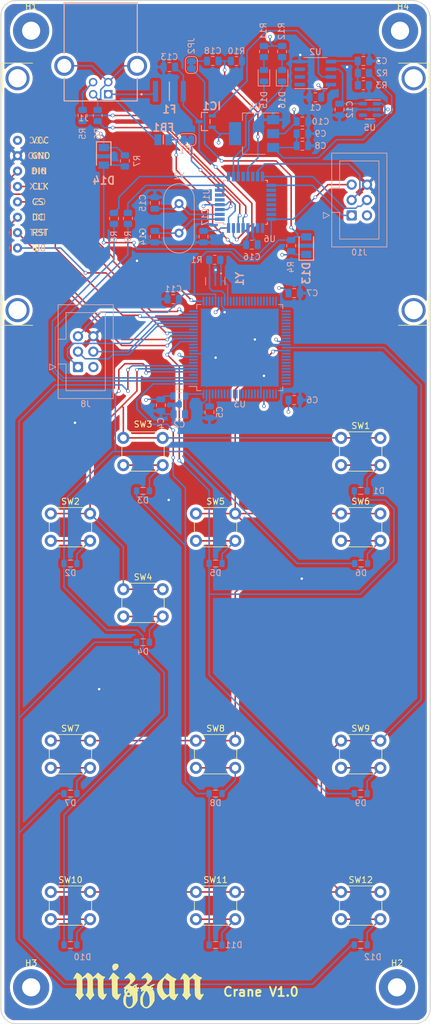
<source format=kicad_pcb>
(kicad_pcb (version 20211014) (generator pcbnew)
  (title_block (date "mar. 31 mars 2015"))
  (layers (0 "F.Cu" signal) (1 "In1.Cu" power) (2 "In2.Cu" power) (31 "B.Cu" signal) (34 "B.Paste" user) (35 "F.Paste" user) (36 "B.SilkS" user "B.Silkscreen") (37 "F.SilkS" user "F.Silkscreen") (38 "B.Mask" user) (39 "F.Mask" user) (44 "Edge.Cuts" user))
  (net 0 "")
  (net 1 "GND")
  (net 2 "+5V")
  (net 3 "+3V3")
  (net 4 "LCD_CLK")
  (net 5 "LCD_DIN")
  (net 6 "LCD_CS")
  (net 7 "LCD_BL")
  (net 8 "LCD_RST")
  (net 9 "LCD_DC")
  (net 10 "SW_C0")
  (net 11 "SW_C1")
  (net 12 "SW_C2")
  (net 13 "Net-(D6-Pad2)")
  (net 14 "Net-(C2-Pad2)")
  (net 15 "Net-(C3-Pad2)")
  (net 16 "Net-(C5-Pad2)")
  (net 17 "VIN")
  (net 18 "RESET")
  (net 19 "USBVCC")
  (net 20 "Net-(C14-Pad2)")
  (net 21 "Net-(C15-Pad2)")
  (net 22 "Net-(C16-Pad1)")
  (net 23 "Net-(C16-Pad2)")
  (net 24 "Net-(C18-Pad1)")
  (net 25 "Net-(C18-Pad2)")
  (net 26 "RESET2")
  (net 27 "Net-(FB1-Pad1)")
  (net 28 "Net-(IC1-Pad1)")
  (net 29 "Net-(R1-Pad1)")
  (net 30 "Net-(R1-Pad2)")
  (net 31 "Net-(R5-Pad2)")
  (net 32 "Net-(R6-Pad2)")
  (net 33 "RX0")
  (net 34 "Net-(R8-Pad2)")
  (net 35 "TX0")
  (net 36 "Net-(R9-Pad2)")
  (net 37 "Net-(D15-Pad2)")
  (net 38 "Net-(D16-Pad2)")
  (net 46 "SCK")
  (net 47 "MOSI")
  (net 48 "MISO")
  (net 111 "Net-(JP1-Pad2)")
  (net 115 "Net-(D15-Pad1)")
  (net 116 "Net-(D16-Pad1)")
  (net 119 "SCK2")
  (net 120 "MOSI2")
  (net 121 "MISO2")
  (net 130 "SW_R0")
  (net 131 "SW_R1")
  (net 132 "SW_R2")
  (net 133 "SW_R3")
  (net 137 "Net-(D1-Pad2)")
  (net 138 "Net-(D2-Pad2)")
  (net 139 "Net-(D3-Pad2)")
  (net 140 "Net-(D4-Pad2)")
  (net 141 "Net-(D5-Pad2)")
  (net 142 "Net-(D7-Pad2)")
  (net 143 "Net-(D8-Pad2)")
  (net 144 "Net-(D9-Pad2)")
  (net 145 "Net-(D10-Pad2)")
  (net 146 "Net-(D11-Pad2)")
  (net 147 "Net-(D12-Pad2)")
  (net 148 "/MCU/USBVCC_SOCKET")
  (net 149 "/MCU/USB_D-")
  (net 150 "/MCU/USB_D+")
  (footprint "Button_Switch_THT:SW_PUSH_6mm_H9.5mm" (layer "F.Cu") (at 146.75 234.25)
    (fp_text reference "SW11")
    (fp_text value "SW_Push")
  )
  (footprint "Button_Switch_THT:SW_PUSH_6mm_H9.5mm" (layer "F.Cu") (at 146.75 171.75)
    (fp_text reference "SW5")
    (fp_text value "SW_Push")
  )
  (footprint "Button_Switch_THT:SW_PUSH_6mm_H9.5mm" (layer "F.Cu") (at 146.75 209.25)
    (fp_text reference "SW8")
    (fp_text value "SW_Push")
  )
  (footprint "MountingHole:MountingHole_3mm_Pad" (layer "F.Cu") (at 180 250)
    (fp_text reference "H2")
    (fp_text value "MountingHole")
  )
  (footprint "Waveshare_LCD_Module:Waveshare_LCD_Module_2_4in" (layer "F.Cu") (at 150 119)
    (fp_text reference "U1")
    (fp_text value "Waveshare_LCD_Module_2.4in")
  )
  (footprint "Button_Switch_THT:SW_PUSH_6mm_H9.5mm" (layer "F.Cu") (at 122.75 234.25)
    (fp_text reference "SW10")
    (fp_text value "SW_Push")
  )
  (footprint "MountingHole:MountingHole_3mm_Pad" (layer "F.Cu") (at 119.5 250)
    (fp_text reference "H3")
    (fp_text value "MountingHole")
  )
  (footprint "Button_Switch_THT:SW_PUSH_6mm_H9.5mm" (layer "F.Cu") (at 170.75 234.25)
    (fp_text reference "SW12")
    (fp_text value "SW_Push")
  )
  (footprint "Button_Switch_THT:SW_PUSH_6mm_H9.5mm" (layer "F.Cu") (at 170.75 159.25)
    (fp_text reference "SW1")
    (fp_text value "SW_Push")
  )
  (footprint "MountingHole:MountingHole_3mm_Pad" (layer "F.Cu") (at 180.5 92)
    (fp_text reference "H4")
    (fp_text value "MountingHole")
  )
  (footprint "Button_Switch_THT:SW_PUSH_6mm_H9.5mm" (layer "F.Cu") (at 134.75 159.25)
    (fp_text reference "SW3")
    (fp_text value "SW_Push")
  )
  (footprint "Button_Switch_THT:SW_PUSH_6mm_H9.5mm" (layer "F.Cu") (at 170.75 209.25)
    (fp_text reference "SW9")
    (fp_text value "SW_Push")
  )
  (footprint "footprints:mizzan_logo" (layer "F.Cu") (at 137.25 250.75)
    (fp_text reference "G***")
    (fp_text value "LOGO" hide)
  )
  (footprint "Button_Switch_THT:SW_PUSH_6mm_H9.5mm" (layer "F.Cu") (at 122.75 171.75)
    (fp_text reference "SW2")
    (fp_text value "SW_Push")
  )
  (footprint "Button_Switch_THT:SW_PUSH_6mm_H9.5mm" (layer "F.Cu") (at 122.75 209.25)
    (fp_text reference "SW7")
    (fp_text value "SW_Push")
  )
  (footprint "MountingHole:MountingHole_3mm_Pad" (layer "F.Cu") (at 119.5 92)
    (fp_text reference "H1")
    (fp_text value "MountingHole")
  )
  (footprint "Button_Switch_THT:SW_PUSH_6mm_H9.5mm" (layer "F.Cu") (at 134.75 184.25)
    (fp_text reference "SW4")
    (fp_text value "SW_Push")
  )
  (footprint "Button_Switch_THT:SW_PUSH_6mm_H9.5mm" (layer "F.Cu") (at 170.75 171.75)
    (fp_text reference "SW6")
    (fp_text value "SW_Push")
  )
  (footprint "Inductor_SMD:L_0805_2012Metric" (layer "B.Cu") (at 126 218)
    (fp_text reference "D7")
    (fp_text value "D")
  )
  (footprint "Capacitor_SMD:C_0805_2012Metric" (layer "B.Cu") (at 166.5 103)
    (fp_text reference "C1")
    (fp_text value "100nF")
  )
  (footprint "Inductor_SMD:L_0805_2012Metric" (layer "B.Cu") (at 138 168)
    (fp_text reference "D3")
    (fp_text value "D")
  )
  (footprint "Capacitor_SMD:C_0805_2012Metric" (layer "B.Cu") (at 163 135.3375 180)
    (fp_text reference "C7")
    (fp_text value "100nF")
  )
  (footprint "Capacitor_SMD:C_0805_2012Metric" (layer "B.Cu") (at 164.3625 109 180)
    (fp_text reference "C9")
    (fp_text value "47uF")
  )
  (footprint "footprints:BEADC2016X130N" (layer "B.Cu") (at 141.3625 110)
    (fp_text reference "FB1")
    (fp_text value "MH2029-300Y" hide)
  )
  (footprint "Inductor_SMD:L_0805_2012Metric" (layer "B.Cu") (at 150 243)
    (fp_text reference "D11")
    (fp_text value "D")
  )
  (footprint "Capacitor_SMD:C_0805_2012Metric" (layer "B.Cu") (at 164.3625 107 180)
    (fp_text reference "C10")
    (fp_text value "47uF")
  )
  (footprint "Resistor_SMD:R_0805_2012Metric" (layer "B.Cu") (at 174.45 101 180)
    (fp_text reference "R3")
    (fp_text value "10K")
  )
  (footprint "footprints:SOT95P230X110-3N" (layer "B.Cu") (at 148.3625 107 180)
    (fp_text reference "IC1")
    (fp_text value "PMV48XP" hide)
  )
  (footprint "Package_TO_SOT_SMD:SOT-223-3_TabPin2" (layer "B.Cu") (at 156.3625 109 180)
    (fp_text reference "U4")
    (fp_text value "LD1117S50TR_SOT223")
  )
  (footprint "Package_SO:SO-8_3.9x4.9mm_P1.27mm" (layer "B.Cu") (at 166.5 99)
    (fp_text reference "U2")
    (fp_text value "LMV358IDT")
  )
  (footprint "Inductor_SMD:L_0805_2012Metric" (layer "B.Cu") (at 138 193)
    (fp_text reference "D4")
    (fp_text value "D")
  )
  (footprint "footprints:CSTCE16M0V53R0" (layer "B.Cu") (at 149.95 133.3375)
    (fp_text reference "Y1")
    (fp_text value "CSTCE16M0V53-R0" hide)
  )
  (footprint "Capacitor_SMD:C_0805_2012Metric" (layer "B.Cu") (at 163 153 180)
    (fp_text reference "C6")
    (fp_text value "100nF")
  )
  (footprint "footprints:DIOC3215X95N" (layer "B.Cu") (at 131.5 112.75 -90)
    (fp_text reference "D14")
    (fp_text value "CD1206-S01575" hide)
  )
  (footprint "Inductor_SMD:L_0805_2012Metric" (layer "B.Cu") (at 126 180)
    (fp_text reference "D2")
    (fp_text value "D")
  )
  (footprint "Resistor_SMD:R_0805_2012Metric" (layer "B.Cu") (at 161 95.4375 90)
    (fp_text reference "R12")
    (fp_text value "1K")
  )
  (footprint "Inductor_SMD:L_0805_2012Metric" (layer "B.Cu") (at 174 243)
    (fp_text reference "D12")
    (fp_text value "D")
  )
  (footprint "Resistor_SMD:R_0805_2012Metric" (layer "B.Cu") (at 149.8625 129.8375)
    (fp_text reference "R1")
    (fp_text value "1M")
  )
  (footprint "Resistor_SMD:R_0805_2012Metric" (layer "B.Cu") (at 153.45 97 180)
    (fp_text reference "R10")
    (fp_text value "1K")
  )
  (footprint "Capacitor_SMD:C_0805_2012Metric" (layer "B.Cu") (at 139.95 126 90)
    (fp_text reference "C14")
    (fp_text value "22pF")
  )
  (footprint "Resistor_SMD:R_0805_2012Metric" (layer "B.Cu") (at 135.5 123 90)
    (fp_text reference "R9")
    (fp_text value "1K")
  )
  (footprint "Inductor_SMD:L_0805_2012Metric" (layer "B.Cu") (at 150 180)
    (fp_text reference "D5")
    (fp_text value "D")
  )
  (footprint "Package_QFP:TQFP-100_14x14mm_P0.5mm" (layer "B.Cu") (at 154 144.3375)
    (fp_text reference "U3")
    (fp_text value "ATmega2560-16A")
  )
  (footprint "Capacitor_SMD:C_0805_2012Metric" (layer "B.Cu") (at 149 155 90)
    (fp_text reference "C5")
    (fp_text value "100nF")
  )
  (footprint "Resistor_SMD:R_0805_2012Metric" (layer "B.Cu") (at 158 95.4375 90)
    (fp_text reference "R11")
    (fp_text value "1K")
  )
  (footprint "Resistor_SMD:R_0805_2012Metric" (layer "B.Cu") (at 174.45 99)
    (fp_text reference "R2")
    (fp_text value "10K")
  )
  (footprint "Resistor_SMD:R_0805_2012Metric" (layer "B.Cu") (at 130.5 106 -90)
    (fp_text reference "R6")
    (fp_text value "22")
  )
  (footprint "Resistor_SMD:R_0805_2012Metric" (layer "B.Cu") (at 133.2 123 90)
    (fp_text reference "R8")
    (fp_text value "1K")
  )
  (footprint "Inductor_SMD:L_0805_2012Metric" (layer "B.Cu") (at 174 218)
    (fp_text reference "D9")
    (fp_text value "D")
  )
  (footprint "Capacitor_SMD:C_0805_2012Metric" (layer "B.Cu") (at 139.95 120.45 -90)
    (fp_text reference "C15")
    (fp_text value "22pF")
  )
  (footprint "Resistor_SMD:R_0805_2012Metric" (layer "B.Cu") (at 162.5 127.5 -90)
    (fp_text reference "R4")
    (fp_text value "10K")
  )
  (footprint "Capacitor_SMD:C_0805_2012Metric" (layer "B.Cu") (at 170.5 105 90)
    (fp_text reference "C12")
    (fp_text value "1uF")
  )
  (footprint "Package_TO_SOT_SMD:SOT-23-5" (layer "B.Cu") (at 175.5 105 180)
    (fp_text reference "U5")
    (fp_text value "LP2985-3.3")
  )
  (footprint "footprints:SAMTEC_USB-B-S-X-X-TH" (layer "B.Cu") (at 131 97.8)
    (fp_text reference "J1")
    (fp_text value "USB-B-S-X-X-TH")
  )
  (footprint "Capacitor_SMD:C_0805_2012Metric" (layer "B.Cu") (at 142.3625 98 180)
    (fp_text reference "C13")
    (fp_text value "100nF")
  )
  (footprint "LED_SMD:LED_0805_2012Metric" (layer "B.Cu") (at 158 99.4375 90)
    (fp_text reference "D15")
    (fp_text value "LED_RX")
  )
  (footprint "Inductor_SMD:L_0805_2012Metric" (layer "B.Cu") (at 126 243)
    (fp_text reference "D10")
    (fp_text value "D")
  )
  (footprint "Capacitor_SMD:C_0805_2012Metric" (layer "B.Cu") (at 140.95 153.8375 90)
    (fp_text reference "C4")
    (fp_text value "100nF")
  )
  (footprint "Resistor_SMD:R_0805_2012Metric" (layer "B.Cu") (at 128 106 -90)
    (fp_text reference "R5")
    (fp_text value "22")
  )
  (footprint "footprints:DIOC3215X95N" (layer "B.Cu") (at 165 127.5 90)
    (fp_text reference "D13")
    (fp_text value "CD1206-S01575" hide)
  )
  (footprint "Connector_IDC:IDC-Header_2x03_P2.54mm_Vertical" (layer "B.Cu") (at 127.2475 147.545)
    (fp_text reference "J8")
    (fp_text value "AVR-ISP-6")
  )
  (footprint "Capacitor_SMD:C_0805_2012Metric" (layer "B.Cu") (at 148 126 -90)
    (fp_text reference "C17")
    (fp_text value "100nF")
  )
  (footprint "Capacitor_SMD:C_0805_2012Metric" (layer "B.Cu") (at 144 155.3375)
    (fp_text reference "C2")
    (fp_text value "100nF")
  )
  (footprint "Inductor_SMD:L_0805_2012Metric" (layer "B.Cu") (at 144 152.3375 180)
    (fp_text reference "L1")
    (fp_text value "10uH")
  )
  (footprint "Inductor_SMD:L_0805_2012Metric" (layer "B.Cu") (at 174 168)
    (fp_text reference "D1")
    (fp_text value "D")
  )
  (footprint "Inductor_SMD:L_0805_2012Metric" (layer "B.Cu") (at 150 218)
    (fp_text reference "D8")
    (fp_text value "D")
  )
  (footprint "Capacitor_SMD:C_0805_2012Metric" (layer "B.Cu") (at 149.5375 97 180)
    (fp_text reference "C18")
    (fp_text value "100nF")
  )
  (footprint "Capacitor_SMD:C_0805_2012Metric" (layer "B.Cu") (at 164.3625 111 180)
    (fp_text reference "C8")
    (fp_text value "47uF")
  )
  (footprint "Capacitor_SMD:C_0805_2012Metric" (layer "B.Cu") (at 174.45 97 180)
    (fp_text reference "C3")
    (fp_text value "100nF")
  )
  (footprint "Resistor_SMD:R_0805_2012Metric" (layer "B.Cu") (at 135 113.5 90)
    (fp_text reference "R7")
    (fp_text value "10K")
  )
  (footprint "LED_SMD:LED_0805_2012Metric" (layer "B.Cu") (at 161 99.4375 90)
    (fp_text reference "D16")
    (fp_text value "LED_TX")
  )
  (footprint "Jumper:SolderJumper-2_P1.3mm_Bridged_RoundedPad1.0x1.5mm" (layer "B.Cu") (at 146 97.65 -90)
    (fp_text reference "JP2")
    (fp_text value "RESET-EN")
  )
  (footprint "Crystal:Crystal_HC49-4H_Vertical" (layer "B.Cu") (at 143.95 120.55 -90)
    (fp_text reference "Y2")
    (fp_text value "Crystal")
  )
  (footprint "footprints:FUSC4632X85N" (layer "B.Cu") (at 142.3625 102)
    (fp_text reference "F1")
    (fp_text value "MF-MSMF050-2" hide)
  )
  (footprint "Capacitor_SMD:C_0805_2012Metric" (layer "B.Cu") (at 143 136.3375 180)
    (fp_text reference "C11")
    (fp_text value "22pF")
  )
  (footprint "Connector_IDC:IDC-Header_2x03_P2.54mm_Vertical" (layer "B.Cu") (at 172.5 122.5)
    (fp_text reference "J10")
    (fp_text value "AVR-ISP-6")
  )
  (footprint "Inductor_SMD:L_0805_2012Metric" (layer "B.Cu") (at 174.0625 180)
    (fp_text reference "D6")
    (fp_text value "D")
  )
  (footprint "Jumper:SolderJumper-2_P1.3mm_Bridged_RoundedPad1.0x1.5mm" (layer "B.Cu") (at 145.3625 110)
    (fp_text reference "JP1")
    (fp_text value "GROUND")
  )
  (footprint "Capacitor_SMD:C_0805_2012Metric" (layer "B.Cu") (at 156 127.3375)
    (fp_text reference "C16")
    (fp_text value "1uF")
  )
  (footprint "Package_QFP:TQFP-32_7x7mm_P0.8mm" (layer "B.Cu") (at 154.95 120.3375)
    (fp_text reference "U6")
    (fp_text value "ATmega16U2-A")
  )
  (gr_line (start 117 87) (end 182.5 87) (layer "Edge.Cuts") (width 0.15))
  (gr_arc (start 182.5 87) (mid 184.62132 87.87868) (end 185.5 90) (layer "Edge.Cuts") (width 0.15))
  (gr_line (start 185.5 90) (end 185.5 253.5) (layer "Edge.Cuts") (width 0.15))
  (gr_line (start 183 256) (end 117 256) (layer "Edge.Cuts") (width 0.15))
  (gr_arc (start 185.5 253.5) (mid 184.767767 255.267767) (end 183 256) (layer "Edge.Cuts") (width 0.15))
  (gr_arc (start 114.5 89.5) (mid 115.232233 87.732233) (end 117 87) (layer "Edge.Cuts") (width 0.15))
  (gr_arc (start 117 256) (mid 115.232233 255.267767) (end 114.5 253.5) (layer "Edge.Cuts") (width 0.15))
  (gr_line (start 114.5 253.5) (end 114.5 89.5) (layer "Edge.Cuts") (width 0.15))
  (gr_text "Crane V1.0" (at 157.5 250.75) (layer "F.SilkS") (effects (font (size 1.5 1.5) (thickness 0.3))))
  (via (at 142.25 169.5) (size 0.6) (drill 0.4) (layers "F.Cu" "B.Cu") (net 1))
  (via (at 177 97) (size 0.6) (drill 0.4) (layers "F.Cu" "B.Cu") (net 1))
  (via (at 160.5 104.5) (size 0.6) (drill 0.4) (layers "F.Cu" "B.Cu") (net 1))
  (via (at 164 96) (size 0.6) (drill 0.4) (layers "F.Cu" "B.Cu") (net 1))
  (via (at 151.5 138.5) (size 0.6) (drill 0.4) (layers "F.Cu" "B.Cu") (net 1))
  (via (at 150 146) (size 0.6) (drill 0.4) (layers "F.Cu" "B.Cu") (net 1))
  (via (at 126.75 156.75) (size 0.6) (drill 0.4) (layers "F.Cu" "B.Cu") (net 1))
  (via (at 171.75 98) (size 0.6) (drill 0.4) (layers "F.Cu" "B.Cu") (net 1))
  (via (at 164.25 182.5) (size 0.6) (drill 0.4) (layers "F.Cu" "B.Cu") (net 1))
  (via (at 137 130) (size 0.6) (drill 0.4) (layers "F.Cu" "B.Cu") (net 1))
  (via (at 150 131.5) (size 0.6) (drill 0.4) (layers "F.Cu" "B.Cu") (net 1))
  (via (at 156.5 143) (size 0.6) (drill 0.4) (layers "F.Cu" "B.Cu") (net 1))
  (via (at 130.75 200.75) (size 0.6) (drill 0.4) (layers "F.Cu" "B.Cu") (net 1))
  (via (at 158 149) (size 0.6) (drill 0.4) (layers "F.Cu" "B.Cu") (net 1))
  (via (at 138 125.5) (size 0.6) (drill 0.4) (layers "F.Cu" "B.Cu") (net 1))
  (segment (start 150 131.5) (end 149.95 131.55) (width 0.25) (layer "B.Cu") (net 1))
  (segment (start 151.5 137.978185) (end 151 137.478185) (width 0.25) (layer "B.Cu") (net 1))
  (segment (start 165.55 106.7625) (end 165.3125 107) (width 0.25) (layer "B.Cu") (net 1))
  (segment (start 148.5 153) (end 147.75 153.75) (width 0.25) (layer "B.Cu") (net 1))
  (segment (start 143.05 155.3375) (end 141.5 155.3375) (width 0.25) (layer "B.Cu") (net 1))
  (segment (start 163.925 96.075) (end 164 96) (width 0.25) (layer "B.Cu") (net 1))
  (segment (start 163.925 97.095) (end 163.925 96.075) (width 0.25) (layer "B.Cu") (net 1))
  (segment (start 141.5 155.3375) (end 140.95 154.7875) (width 0.25) (layer "B.Cu") (net 1))
  (segment (start 165.3125 107) (end 165.3125 111) (width 0.25) (layer "B.Cu") (net 1))
  (segment (start 139.95 126.95) (end 139.45 126.95) (width 0.25) (layer "B.Cu") (net 1))
  (segment (start 147.75 154.7) (end 149 155.95) (width 0.25) (layer "B.Cu") (net 1))
  (segment (start 175.4 97) (end 177 97) (width 0.25) (layer "B.Cu") (net 1))
  (segment (start 176.6375 105) (end 171.45 105) (width 0.25) (layer "B.Cu") (net 1))
  (segment (start 157.5 149.5) (end 158 149) (width 0.25) (layer "B.Cu") (net 1))
  (segment (start 159.5125 106.7) (end 159.5125 105.4875) (width 0.25) (layer "B.Cu") (net 1))
  (segment (start 151.5 138.5) (end 151.5 137.978185) (width 0.25) (layer "B.Cu") (net 1))
  (segment (start 147.75 153.75) (end 147.75 154.7) (width 0.25) (layer "B.Cu") (net 1))
  (segment (start 148.5 152) (end 148.5 153) (width 0.25) (layer "B.Cu") (net 1))
  (segment (start 139.45 126.95) (end 138 125.5) (width 0.25) (layer "B.Cu") (net 1))
  (segment (start 171.45 105) (end 170.5 105.95) (width 0.25) (layer "B.Cu") (net 1))
  (segment (start 157.5 152) (end 157.5 149.5) (width 0.25) (layer "B.Cu") (net 1))
  (segment (start 149.95 133.3375) (end 149.95 131.55) (width 0.25) (layer "B.Cu") (net 1))
  (segment (start 159.5125 105.4875) (end 160.5 104.5) (width 0.25) (layer "B.Cu") (net 1))
  (segment (start 157.3375 143.8375) (end 156.5 143) (width 0.25) (layer "B.Cu") (net 1))
  (segment (start 165.55 103) (end 165.55 106.7625) (width 0.25) (layer "B.Cu") (net 1))
  (segment (start 161.6625 143.8375) (end 157.3375 143.8375) (width 0.25) (layer "B.Cu") (net 1))
  (segment (start 146.3375 145.3375) (end 149.3375 145.3375) (width 0.25) (layer "B.Cu") (net 1))
  (segment (start 151 137.478185) (end 151 136.675) (width 0.25) (layer "B.Cu") (net 1))
  (segment (start 149.3375 145.3375) (end 150 146) (width 0.25) (layer "B.Cu") (net 1))
  (via (at 159 93) (size 0.6) (drill 0.4) (layers "F.Cu" "B.Cu") (net 2))
  (via (at 167 101) (size 0.6) (drill 0.4) (layers "F.Cu" "B.Cu") (net 2))
  (via (at 150.5 110.5) (size 0.6) (drill 0.4) (layers "F.Cu" "B.Cu") (net 2))
  (via (at 158 154) (size 0.6) (drill 0.4) (layers "F.Cu" "B.Cu") (net 2))
  (via (at 163 105) (size 0.6) (drill 0.4) (layers "F.Cu" "B.Cu") (net 2))
  (via (at 138.5 153) (size 0.6) (drill 0.4) (layers "F.Cu" "B.Cu") (net 2))
  (via (at 131 109) (size 0.6) (drill 0.4) (layers "F.Cu" "B.Cu") (net 2))
  (via (at 148 121) (size 0.6) (drill 0.4) (layers "F.Cu" "B.Cu") (net 2))
  (via (at 150 138.5) (size 0.6) (drill 0.4) (layers "F.Cu" "B.Cu") (net 2))
  (via (at 178.5 105) (size 0.6) (drill 0.4) (layers "F.Cu" "B.Cu") (net 2))
  (via (at 160.5 134.5) (size 0.6) (drill 0.4) (layers "F.Cu" "B.Cu") (net 2))
  (via (at 160 143) (size 0.6) (drill 0.4) (layers "F.Cu" "B.Cu") (net 2))
  (via (at 144 145.5) (size 0.6) (drill 0.4) (layers "F.Cu" "B.Cu") (net 2))
  (via (at 162.05 154.95) (size 0.6) (drill 0.4) (layers "F.Cu" "B.Cu") (net 2))
  (via (at 161 129) (size 0.6) (drill 0.4) (layers "F.Cu" "B.Cu") (net 2))
  (segment (start 163.4125 107) (end 163 106.5875) (width 0.25) (layer "B.Cu") (net 2))
  (segment (start 167.99 101.99) (end 169.075 100.905) (width 0.25) (layer "B.Cu") (net 2))
  (segment (start 161.2125 134.5) (end 160.5 134.5) (width 0.25) (layer "B.Cu") (net 2))
  (segment (start 162.5 128.4125) (end 161.9125 129) (width 0.25) (layer "B.Cu") (net 2))
  (segment (start 176.6375 105.95) (end 177.55 105.95) (width 0.25) (layer "B.Cu") (net 2))
  (segment (start 140.95 152.8875) (end 138.6125 152.8875) (width 0.25) (layer "B.Cu") (net 2))
  (segment (start 178 105.5) (end 178 105) (width 0.25) (layer "B.Cu") (net 2))
  (segment (start 158 152) (end 158 154) (width 0.25) (layer "B.Cu") (net 2))
  (segment (start 133.7125 111.3) (end 131.5 111.3) (width 0.25) (layer "B.Cu") (net 2))
  (segment (start 178 105) (end 178 104.5) (width 0.25) (layer "B.Cu") (net 2))
  (segment (start 150.7 120.7375) (end 151.7625 120.7375) (width 0.25) (layer "B.Cu") (net 2))
  (segment (start 151 109) (end 150.5 109.5) (width 0.25) (layer "B.Cu") (net 2))
  (segment (start 176.6875 104) (end 176.6375 104.05) (width 0.25) (layer "B.Cu") (net 2))
  (segment (start 178 105) (end 178.5 105) (width 0.25) (layer "B.Cu") (net 2))
  (segment (start 165 128.95) (end 163.0375 128.95) (width 0.25) (layer "B.Cu") (net 2))
  (segment (start 146.3375 145.8375) (end 144.3375 145.8375) (width 0.25) (layer "B.Cu") (net 2))
  (segment (start 153.25 120.75) (end 153.25 121.75) (width 0.25) (layer "B.Cu") (net 2))
  (segment (start 150.5149 109) (end 149.4547 107.9398) (width 0.25) (layer "B.Cu") (net 2))
  (segment (start 159.525 94.525) (end 159 94) (width 0.25) (layer "B.Cu") (net 2))
  (segment (start 161.9125 129) (end 161 129) (width 0.25) (layer "B.Cu") (net 2))
  (segment (start 148.05 125) (end 148 125.05) (width 0.25) (layer "B.Cu") (net 2))
  (segment (start 135 112.5875) (end 133.7125 111.3) (width 0.25) (layer "B.Cu") (net 2))
  (segment (start 151 109) (end 150.5149 109) (width 0.25) (layer "B.Cu") (net 2))
  (segment (start 161.6625 143.3375) (end 160.3375 143.3375) (width 0.25) (layer "B.Cu") (net 2))
  (segment (start 178 104.5) (end 177.5 104) (width 0.25) (layer "B.Cu") (net 2))
  (segment (start 131 109) (end 131.5 109.5) (width 0.25) (layer "B.Cu") (net 2))
  (segment (start 150.7 120.7375) (end 148.2625 120.7375) (width 0.25) (layer "B.Cu") (net 2))
  (segment (start 144.3375 145.8375) (end 144 145.5) (width 0.25) (layer "B.Cu") (net 2))
  (segment (start 148.2625 120.7375) (end 148 121) (width 0.25) (layer "B.Cu") (net 2))
  (segment (start 151.7625 120.7375) (end 152.25 120.25) (width 0.25) (layer "B.Cu") (net 2))
  (segment (start 158 94.525) (end 159.525 94.525) (width 0.25) (layer "B.Cu") (net 2))
  (segment (start 163.0375 128.95) (end 162.5 128.4125) (width 0.25) (layer "B.Cu") (net 2))
  (segment (start 152.75 120.25) (end 153.25 120.75) (width 0.25) (layer "B.Cu") (net 2))
  (segment (start 161.4125 109) (end 159.5125 109) (width 0.25) (layer "B.Cu") (net 2))
  (segment (start 152.15 124.5875) (end 150.8625 124.5875) (width 0.25) (layer "B.Cu") (net 2))
  (segment (start 163 106.5875) (end 163 105) (width 0.25) (layer "B.Cu") (net 2))
  (segment (start 142.9375 152.3375) (end 141.5 152.3375) (width 0.25) (layer "B.Cu") (net 2))
  (segment (start 150.45 125) (end 148.05 125) (width 0.25) (layer "B.Cu") (net 2))
  (segment (start 150.5 136.675) (end 150.5 138) (width 0.25) (layer "B.Cu") (net 2))
  (segment (start 160.3375 143.3375) (end 160 143) (width 0.25) (layer "B.Cu") (net 2))
  (segment (start 177.55 105.95) (end 178 105.5) (width 0.25) (layer "B.Cu") (net 2))
  (segment (start 162.05 135.3375) (end 161.2125 134.5) (width 0.25) (layer "B.Cu") (net 2))
  (segment (start 150.5 138) (end 150 138.5) (width 0.25) (layer "B.Cu") (net 2))
  (segment (start 163.4125 107) (end 161.4125 109) (width 0.25) (layer "B.Cu") (net 2))
  (segment (start 152.25 120.25) (end 152.75 120.25) (width 0.25) (layer "B.Cu") (net 2))
  (segment (start 152.15 122.85) (end 152.15 124.5875) (width 0.25) (layer "B.Cu") (net 2))
  (segment (start 131.5 109.5) (end 131.5 111.3) (width 0.25) (layer "B.Cu") (net 2))
  (segment (start 150.5 109.5) (end 150.5 110.5) (width 0.25) (layer "B.Cu") (net 2))
  (segment (start 138.5 153) (end 138.6125 152.8875) (width 0.25) (layer "B.Cu") (net 2))
  (segment (start 167.45 103) (end 167.45 102.53) (width 0.25) (layer "B.Cu") (net 2))
  (segment (start 177.5 104) (end 176.6875 104) (width 0.25) (layer "B.Cu") (net 2))
  (segment (start 153.25 121.75) (end 152.15 122.85) (width 0.25) (layer "B.Cu") (net 2))
  (segment (start 167.45 102.53) (end 167.99 101.99) (width 0.25) (layer "B.Cu") (net 2))
  (segment (start 159 94) (end 159 93) (width 0.25) (layer "B.Cu") (net 2))
  (segment (start 162.05 153) (end 162.05 154.95) (width 0.25) (layer "B.Cu") (net 2))
  (segment (start 150.8625 124.5875) (end 150.45 125) (width 0.25) (layer "B.Cu") (net 2))
  (segment (start 141.5 152.3375) (end 140.95 152.8875) (width 0.25) (layer "B.Cu") (net 2))
  (segment (start 159.525 94.525) (end 161 94.525) (width 0.25) (layer "B.Cu") (net 2))
  (segment (start 153.2125 109) (end 151 109) (width 0.25) (layer "B.Cu") (net 2))
  (segment (start 167.99 101.99) (end 167 101) (width 0.25) (layer "B.Cu") (net 2))
  (segment (start 169.075 98.365) (end 170.365 98.365) (width 0.25) (layer "B.Cu") (net 3))
  (segment (start 170.365 98.365) (end 171 99) (width 0.25) (layer "B.Cu") (net 3))
  (segment (start 171 103.55) (end 170.5 104.05) (width 0.25) (layer "B.Cu") (net 3))
  (segment (start 170.5 104.05) (end 174.3625 104.05) (width 0.25) (layer "B.Cu") (net 3))
  (segment (start 171 99) (end 171 103.55) (width 0.25) (layer "B.Cu") (net 3))
  (segment (start 133.116116 129.5) (end 124 120.383884) (width 0.25) (layer "F.Cu") (net 4))
  (segment (start 124 120.383884) (end 124 119) (width 0.25) (layer "F.Cu") (net 4))
  (segment (start 143 133.5) (end 136.5 133.5) (width 0.25) (layer "F.Cu") (net 4))
  (segment (start 133.116116 130.116116) (end 133.116116 129.5) (width 0.25) (layer "F.Cu") (net 4))
  (segment (start 146 136.5) (end 143 133.5) (width 0.25) (layer "F.Cu") (net 4))
  (segment (start 136.5 133.5) (end 133.116116 130.116116) (width 0.25) (layer "F.Cu") (net 4))
  (segment (start 124 119) (end 122.73 117.73) (width 0.25) (layer "F.Cu") (net 4))
  (segment (start 122.73 117.73) (end 117.25 117.73) (width 0.25) (layer "F.Cu") (net 4))
  (via (at 146 136.5) (size 0.6) (drill 0.4) (layers "F.Cu" "B.Cu") (net 4))
  (segment (start 148 136.675) (end 146.175 136.675) (width 0.25) (layer "B.Cu") (net 4))
  (segment (start 146.175 136.675) (end 146 136.5) (width 0.25) (layer "B.Cu") (net 4))
  (segment (start 116 116.44) (end 117.25 115.19) (width 0.25) (layer "F.Cu") (net 5))
  (segment (start 143.625 138.375) (end 139.375 138.375) (width 0.25) (layer "F.Cu") (net 5))
  (segment (start 116 119) (end 116 116.44) (width 0.25) (layer "F.Cu") (net 5))
  (segment (start 120 119) (end 116 119) (width 0.25) (layer "F.Cu") (net 5))
  (segment (start 139.375 138.375) (end 120 119) (width 0.25) (layer "F.Cu") (net 5))
  (segment (start 144 138) (end 143.625 138.375) (width 0.25) (layer "F.Cu") (net 5))
  (via (at 144 138) (size 0.6) (drill 0.4) (layers "F.Cu" "B.Cu") (net 5))
  (segment (start 144 138) (end 144.8375 138.8375) (width 0.25) (layer "B.Cu") (net 5))
  (segment (start 144.8375 138.8375) (end 146.3375 138.8375) (width 0.25) (layer "B.Cu") (net 5))
  (segment (start 134.616116 139) (end 123.5 127.883884) (width 0.25) (layer "F.Cu") (net 6))
  (segment (start 119.27 120.27) (end 117.25 120.27) (width 0.25) (layer "F.Cu") (net 6))
  (segment (start 137.3755 139) (end 134.616116 139) (width 0.25) (layer "F.Cu") (net 6))
  (segment (start 123.5 124.5) (end 119.27 120.27) (width 0.25) (layer "F.Cu") (net 6))
  (segment (start 137.5 139.1245) (end 137.3755 139) (width 0.25) (layer "F.Cu") (net 6))
  (segment (start 123.5 127.883884) (end 123.5 124.5) (width 0.25) (layer "F.Cu") (net 6))
  (via (at 137.5 139.1245) (size 0.6) (drill 0.4) (layers "F.Cu" "B.Cu") (net 6))
  (segment (start 137.713 139.3375) (end 146.3375 139.3375) (width 0.25) (layer "B.Cu") (net 6))
  (segment (start 137.5 139.1245) (end 137.713 139.3375) (width 0.25) (layer "B.Cu") (net 6))
  (segment (start 128.5 132) (end 131.883884 132) (width 0.25) (layer "F.Cu") (net 7))
  (segment (start 141.883884 142) (end 142 142) (width 0.25) (layer "F.Cu") (net 7))
  (segment (start 131.883884 132) (end 141.883884 142) (width 0.25) (layer "F.Cu") (net 7))
  (via (at 142 142) (size 0.6) (drill 0.4) (layers "F.Cu" "B.Cu") (net 7))
  (via (at 128.5 132) (size 0.6) (drill 0.4) (layers "F.Cu" "B.Cu") (net 7))
  (segment (start 124.39 127.89) (end 128.5 132) (width 0.25) (layer "B.Cu") (net 7))
  (segment (start 117.25 127.89) (end 124.39 127.89) (width 0.25) (layer "B.Cu") (net 7))
  (segment (start 142.1625 141.8375) (end 142 142) (width 0.25) (layer "B.Cu") (net 7))
  (segment (start 146.3375 141.8375) (end 142.1625 141.8375) (width 0.25) (layer "B.Cu") (net 7))
  (segment (start 124.5 133) (end 124.5 132.6) (width 0.25) (layer "F.Cu") (net 8))
  (segment (start 142 143) (end 134.5 143) (width 0.25) (layer "F.Cu") (net 8))
  (segment (start 134.5 143) (end 124.5 133) (width 0.25) (layer "F.Cu") (net 8))
  (segment (start 124.5 132.6) (end 117.25 125.35) (width 0.25) (layer "F.Cu") (net 8))
  (via (at 142 143) (size 0.6) (drill 0.4) (layers "F.Cu" "B.Cu") (net 8))
  (segment (start 146.3375 142.3375) (end 142.6625 142.3375) (width 0.25) (layer "B.Cu") (net 8))
  (segment (start 142.6625 142.3375) (end 142 143) (width 0.25) (layer "B.Cu") (net 8))
  (segment (start 122.5 132) (end 118 132) (width 0.25) (layer "F.Cu") (net 9))
  (segment (start 116.163 123.897) (end 117.25 122.81) (width 0.25) (layer "F.Cu") (net 9))
  (segment (start 142 144) (end 134.5 144) (width 0.25) (layer "F.Cu") (net 9))
  (segment (start 116.163 130.163) (end 116.163 123.897) (width 0.25) (layer "F.Cu") (net 9))
  (segment (start 118 132) (end 116.163 130.163) (width 0.25) (layer "F.Cu") (net 9))
  (segment (start 134.5 144) (end 122.5 132) (width 0.25) (layer "F.Cu") (net 9))
  (via (at 142 144) (size 0.6) (drill 0.4) (layers "F.Cu" "B.Cu") (net 9))
  (segment (start 143.1625 142.8375) (end 142 144) (width 0.25) (layer "B.Cu") (net 9))
  (segment (start 146.3375 142.8375) (end 143.1625 142.8375) (width 0.25) (layer "B.Cu") (net 9))
  (segment (start 134.75 159.25) (end 134.75 154.25) (width 0.25) (layer "F.Cu") (net 10))
  (segment (start 134.75 184.25) (end 141.25 184.25) (width 0.25) (layer "F.Cu") (net 10))
  (segment (start 141.25 159.25) (end 134.75 159.25) (width 0.25) (layer "F.Cu") (net 10))
  (segment (start 129.25 159.25) (end 137 151.5) (width 0.25) (layer "F.Cu") (net 10))
  (segment (start 129.25 171.75) (end 129.25 159.25) (width 0.25) (layer "F.Cu") (net 10))
  (segment (start 129.25 171.75) (end 122.75 171.75) (width 0.25) (layer "F.Cu") (net 10))
  (segment (start 134.75 154.25) (end 134.5 154) (width 0.25) (layer "F.Cu") (net 10))
  (segment (start 177.25 159.25) (end 170.75 159.25) (width 0.25) (layer "F.Cu") (net 10))
  (segment (start 137 148) (end 137 151.5) (width 0.25) (layer "F.Cu") (net 10))
  (via (at 137 148) (size 0.6) (drill 0.4) (layers "F.Cu" "B.Cu") (net 10))
  (segment (start 170.75 159.25) (end 141.25 159.25) (width 0.25) (layer "B.Cu") (net 10))
  (segment (start 129.25 171.75) (end 134.75 177.25) (width 0.25) (layer "B.Cu") (net 10))
  (segment (start 137.1625 147.8375) (end 137 148) (width 0.25) (layer "B.Cu") (net 10))
  (segment (start 134.75 177.25) (end 134.75 184.25) (width 0.25) (layer "B.Cu") (net 10))
  (segment (start 146.3375 147.8375) (end 137.1625 147.8375) (width 0.25) (layer "B.Cu") (net 10))
  (segment (start 156.5 181.5) (end 156.5 175) (width 0.25) (layer "F.Cu") (net 11))
  (segment (start 153.25 209.25) (end 146.75 209.25) (width 0.25) (layer "F.Cu") (net 11))
  (segment (start 146.75 209.25) (end 129.25 209.25) (width 0.25) (layer "F.Cu") (net 11))
  (segment (start 156.5 175) (end 153.25 171.75) (width 0.25) (layer "F.Cu") (net 11))
  (segment (start 153.25 171.75) (end 153.25 151.25) (width 0.25) (layer "F.Cu") (net 11))
  (segment (start 153.25 184.75) (end 156.5 181.5) (width 0.25) (layer "F.Cu") (net 11))
  (segment (start 129.25 209.25) (end 122.75 209.25) (width 0.25) (layer "F.Cu") (net 11))
  (segment (start 153.25 171.75) (end 146.75 171.75) (width 0.25) (layer "F.Cu") (net 11))
  (segment (start 153.25 151.25) (end 159.5 145) (width 0.25) (layer "F.Cu") (net 11))
  (segment (start 153.25 209.25) (end 153.25 184.75) (width 0.25) (layer "F.Cu") (net 11))
  (segment (start 170.75 171.75) (end 153.25 171.75) (width 0.25) (layer "F.Cu") (net 11))
  (segment (start 177.25 171.75) (end 170.75 171.75) (width 0.25) (layer "F.Cu") (net 11))
  (via (at 159.5 145) (size 0.6) (drill 0.4) (layers "F.Cu" "B.Cu") (net 11))
  (segment (start 159.6625 144.8375) (end 159.5 145) (width 0.25) (layer "B.Cu") (net 11))
  (segment (start 161.6625 144.8375) (end 159.6625 144.8375) (width 0.25) (layer "B.Cu") (net 11))
  (segment (start 153.25 234.25) (end 146.75 234.25) (width 0.25) (layer "F.Cu") (net 12))
  (segment (start 177.25 234.25) (end 170.75 234.25) (width 0.25) (layer "F.Cu") (net 12))
  (segment (start 129.25 234.25) (end 122.75 234.25) (width 0.25) (layer "F.Cu") (net 12))
  (segment (start 170.75 209.25) (end 167.5 212.5) (width 0.25) (layer "F.Cu") (net 12))
  (segment (start 177.25 209.25) (end 170.75 209.25) (width 0.25) (layer "F.Cu") (net 12))
  (segment (start 146.75 234.25) (end 129.25 234.25) (width 0.25) (layer "F.Cu") (net 12))
  (segment (start 170.75 234.25) (end 153.25 234.25) (width 0.25) (layer "F.Cu") (net 12))
  (segment (start 167.5 231) (end 170.75 234.25) (width 0.25) (layer "F.Cu") (net 12))
  (segment (start 167.5 212.5) (end 167.5 231) (width 0.25) (layer "F.Cu") (net 12))
  (segment (start 184 202.5) (end 177.25 209.25) (width 0.25) (layer "B.Cu") (net 12))
  (segment (start 184 150.5) (end 184 202.5) (width 0.25) (layer "B.Cu") (net 12))
  (segment (start 177.8375 144.3375) (end 184 150.5) (width 0.25) (layer "B.Cu") (net 12))
  (segment (start 161.6625 144.3375) (end 177.8375 144.3375) (width 0.25) (layer "B.Cu") (net 12))
  (segment (start 177.25 176.25) (end 170.75 176.25) (width 0.25) (layer "F.Cu") (net 13))
  (segment (start 175.125 178.375) (end 177.25 176.25) (width 0.25) (layer "B.Cu") (net 13))
  (segment (start 175.125 180) (end 175.125 178.375) (width 0.25) (layer "B.Cu") (net 13))
  (segment (start 145.4 152) (end 145.0625 152.3375) (width 0.25) (layer "B.Cu") (net 14))
  (segment (start 148 152) (end 145.4 152) (width 0.25) (layer "B.Cu") (net 14))
  (segment (start 145.0625 152.3375) (end 145.0625 155.225) (width 0.25) (layer "B.Cu") (net 14))
  (segment (start 173.5 97) (end 173.5 100.9625) (width 0.25) (layer "B.Cu") (net 15))
  (segment (start 169.17 97) (end 169.075 97.095) (width 0.25) (layer "B.Cu") (net 15))
  (segment (start 173.5 100.9625) (end 173.5375 101) (width 0.25) (layer "B.Cu") (net 15))
  (segment (start 173.5 97) (end 169.17 97) (width 0.25) (layer "B.Cu") (net 15))
  (segment (start 149 152) (end 149 154.05) (width 0.25) (layer "B.Cu") (net 16))
  (segment (start 161.2125 113) (end 159.5125 111.3) (width 0.25) (layer "B.Cu") (net 17))
  (segment (start 163.4125 109) (end 163.4125 111) (width 0.25) (layer "B.Cu") (net 17))
  (segment (start 163.4125 111) (end 163.1125 111.3) (width 0.25) (layer "B.Cu") (net 17))
  (segment (start 175.3625 99) (end 179.125 102.7625) (width 0.25) (layer "B.Cu") (net 17))
  (segment (start 163.1125 111.3) (end 159.5125 111.3) (width 0.25) (layer "B.Cu") (net 17))
  (segment (start 179.125 102.7625) (end 179.125 105.258884) (width 0.25) (layer "B.Cu") (net 17))
  (segment (start 167 113) (end 161.2125 113) (width 0.25) (layer "B.Cu") (net 17))
  (segment (start 174.383884 110) (end 170 110) (width 0.25) (layer "B.Cu") (net 17))
  (segment (start 179.125 105.258884) (end 174.383884 110) (width 0.25) (layer "B.Cu") (net 17))
  (segment (start 170 110) (end 167 113) (width 0.25) (layer "B.Cu") (net 17))
  (segment (start 160 113.5) (end 162.5 116) (width 0.25) (layer "F.Cu") (net 18))
  (segment (start 162.5 116) (end 162.5 124.5) (width 0.25) (layer "F.Cu") (net 18))
  (segment (start 151 113.5) (end 160 113.5) (width 0.25) (layer "F.Cu") (net 18))
  (via (at 151 113.5) (size 0.6) (drill 0.4) (layers "F.Cu" "B.Cu") (net 18))
  (via (at 162.5 124.5) (size 0.6) (drill 0.4) (layers "F.Cu" "B.Cu") (net 18))
  (segment (start 148.1795 100.4795) (end 148.1795 110.6795) (width 0.25) (layer "B.Cu") (net 18))
  (segment (start 142.05 138.5) (end 143.95 136.6) (width 0.25) (layer "B.Cu") (net 18))
  (segment (start 150 135.5) (end 150 136.675) (width 0.25) (layer "B.Cu") (net 18))
  (segment (start 160.4125 126.5875) (end 157 130) (width 0.25) (layer "B.Cu") (net 18))
  (segment (start 148.5 128.5) (end 146.5 130.5) (width 0.25) (layer "B.Cu") (net 18))
  (segment (start 162.5 126.5875) (end 160.4125 126.5875) (width 0.25) (layer "B.Cu") (net 18))
  (segment (start 154 130) (end 152.5 128.5) (width 0.25) (layer "B.Cu") (net 18))
  (segment (start 157 130) (end 154 130) (width 0.25) (layer "B.Cu") (net 18))
  (segment (start 143.95 136.6) (end 143.95 136.3375) (width 0.25) (layer "B.Cu") (net 18))
  (segment (start 128.5 141.2125) (end 128.5 141) (width 0.25) (layer "B.Cu") (net 18))
  (segment (start 163.0375 126.05) (end 163.55 126.05) (width 0.25) (layer "B.Cu") (net 18))
  (segment (start 146.5 135.5) (end 150 135.5) (width 0.25) (layer "B.Cu") (net 18))
  (segment (start 146 98.3) (end 148.1795 100.4795) (width 0.25) (layer "B.Cu") (net 18))
  (segment (start 131 138.5) (end 142.05 138.5) (width 0.25) (layer "B.Cu") (net 18))
  (segment (start 162.5 126.5875) (end 163.0375 126.05) (width 0.25) (layer "B.Cu") (net 18))
  (segment (start 163.55 125.55) (end 163.55 126.05) (width 0.25) (layer "B.Cu") (net 18))
  (segment (start 152.5 128.5) (end 148.5 128.5) (width 0.25) (layer "B.Cu") (net 18))
  (segment (start 127.2475 142.465) (end 128.5 141.2125) (width 0.25) (layer "B.Cu") (net 18))
  (segment (start 162.5 124.5) (end 163.55 125.55) (width 0.25) (layer "B.Cu") (net 18))
  (segment (start 163.55 126.05) (end 165 126.05) (width 0.25) (layer "B.Cu") (net 18))
  (segment (start 128.5 141) (end 131 138.5) (width 0.25) (layer "B.Cu") (net 18))
  (segment (start 143.95 136.3375) (end 144.7875 135.5) (width 0.25) (layer "B.Cu") (net 18))
  (segment (start 146.5 130.5) (end 146.5 135.5) (width 0.25) (layer "B.Cu") (net 18))
  (segment (start 148.1795 110.6795) (end 151 113.5) (width 0.25) (layer "B.Cu") (net 18))
  (segment (start 144.7875 135.5) (end 146.5 135.5) (width 0.25) (layer "B.Cu") (net 18))
  (segment (start 156 120.5) (end 156 124) (width 0.25) (layer "F.Cu") (net 19))
  (segment (start 150 114.5) (end 156 120.5) (width 0.25) (layer "F.Cu") (net 19))
  (segment (start 156 124) (end 153.5 126.5) (width 0.25) (layer "F.Cu") (net 19))
  (via (at 150 114.5) (size 0.6) (drill 0.4) (layers "F.Cu" "B.Cu") (net 19))
  (via (at 153.5 126.5) (size 0.6) (drill 0.4) (layers "F.Cu" "B.Cu") (net 19))
  (segment (start 152.95 124.5875) (end 152.95 125.95) (width 0.25) (layer "B.Cu") (net 19))
  (segment (start 144.6625 99.35) (end 144.6625 102) (width 0.25) (layer "B.Cu") (net 19))
  (segment (start 147.2703 111.7703) (end 150 114.5) (width 0.25) (layer "B.Cu") (net 19))
  (segment (start 147.2703 107) (end 147.2703 111.7703) (width 0.25) (layer "B.Cu") (net 19))
  (segment (start 144.6625 104.3922) (end 147.2703 107) (width 0.25) (layer "B.Cu") (net 19))
  (segment (start 152.95 125.95) (end 153.5 126.5) (width 0.25) (layer "B.Cu") (net 19))
  (segment (start 144.6625 102) (end 144.6625 104.3922) (width 0.25) (layer "B.Cu") (net 19))
  (segment (start 143.3125 98) (end 144.6625 99.35) (width 0.25) (layer "B.Cu") (net 19))
  (segment (start 139.95 125.05) (end 140.33 125.43) (width 0.25) (layer "B.Cu") (net 20))
  (segment (start 150.7 123.1375) (end 146.2425 123.1375) (width 0.25) (layer "B.Cu") (net 20))
  (segment (start 146.2425 123.1375) (end 143.95 125.43) (width 0.25) (layer "B.Cu") (net 20))
  (segment (start 140.33 125.43) (end 143.95 125.43) (width 0.25) (layer "B.Cu") (net 20))
  (segment (start 145.7375 122.3375) (end 143.95 120.55) (width 0.25) (layer "B.Cu") (net 21))
  (segment (start 143.1 121.4) (end 143.95 120.55) (width 0.25) (layer "B.Cu") (net 21))
  (segment (start 139.95 121.4) (end 143.1 121.4) (width 0.25) (layer "B.Cu") (net 21))
  (segment (start 150.7 122.3375) (end 145.7375 122.3375) (width 0.25) (layer "B.Cu") (net 21))
  (segment (start 149.5 121) (end 143.5 115) (width 0.25) (layer "F.Cu") (net 22))
  (segment (start 143.5 115) (end 143.5 112.5) (width 0.25) (layer "F.Cu") (net 22))
  (segment (start 149.5 124) (end 149.5 121) (width 0.25) (layer "F.Cu") (net 22))
  (segment (start 152 126.5) (end 149.5 124) (width 0.25) (layer "F.Cu") (net 22))
  (via (at 152 126.5) (size 0.6) (drill 0.4) (layers "F.Cu" "B.Cu") (net 22))
  (via (at 143.5 112.5) (size 0.6) (drill 0.4) (layers "F.Cu" "B.Cu") (net 22))
  (segment (start 155.05 126.45) (end 155.35 126.15) (width 0.25) (layer "B.Cu") (net 22))
  (segment (start 143.5 112.5) (end 143.5 110) (width 0.25) (layer "B.Cu") (net 22))
  (segment (start 155.05 127.3375) (end 155.05 126.45) (width 0.25) (layer "B.Cu") (net 22))
  (segment (start 143.5 110) (end 142.2625 110) (width 0.25) (layer "B.Cu") (net 22))
  (segment (start 152 126.5) (end 152.8375 127.3375) (width 0.25) (layer "B.Cu") (net 22))
  (segment (start 144.7125 110) (end 143.5 110) (width 0.25) (layer "B.Cu") (net 22))
  (segment (start 152.8375 127.3375) (end 155.05 127.3375) (width 0.25) (layer "B.Cu") (net 22))
  (segment (start 155.35 126.15) (end 155.35 124.5875) (width 0.25) (layer "B.Cu") (net 22))
  (segment (start 156.95 126.95) (end 156.15 126.15) (width 0.25) (layer "B.Cu") (net 23))
  (segment (start 156.15 126.15) (end 156.15 124.5875) (width 0.25) (layer "B.Cu") (net 23))
  (segment (start 156.95 127.3375) (end 156.95 126.95) (width 0.25) (layer "B.Cu") (net 23))
  (segment (start 151.5 100) (end 151.5 98.5) (width 0.25) (layer "F.Cu") (net 24))
  (segment (start 157 105.5) (end 151.5 100) (width 0.25) (layer "F.Cu") (net 24))
  (segment (start 157 109.5) (end 157 105.5) (width 0.25) (layer "F.Cu") (net 24))
  (via (at 151.5 98.5) (size 0.6) (drill 0.4) (layers "F.Cu" "B.Cu") (net 24))
  (via (at 157 109.5) (size 0.6) (drill 0.4) (layers "F.Cu" "B.Cu") (net 24))
  (segment (start 155.35 114.65) (end 157 113) (width 0.25) (layer "B.Cu") (net 24))
  (segment (start 151.5 97) (end 150.4875 97) (width 0.25) (layer "B.Cu") (net 24))
  (segment (start 155.35 116.0875) (end 155.35 114.65) (width 0.25) (layer "B.Cu") (net 24))
  (segment (start 152.5375 97) (end 151.5 97) (width 0.25) (layer "B.Cu") (net 24))
  (segment (start 157 113) (end 157 109.5) (width 0.25) (layer "B.Cu") (net 24))
  (segment (start 151.5 97) (end 151.5 98.5) (width 0.25) (layer "B.Cu") (net 24))
  (segment (start 148.5875 97) (end 146 97) (width 0.25) (layer "B.Cu") (net 25))
  (segment (start 136.5 127) (end 131.5 127) (width 0.25) (layer "F.Cu") (net 26))
  (segment (start 168.58 117.42) (end 172.5 117.42) (width 0.25) (layer "F.Cu") (net 26))
  (segment (start 166.5 119.5) (end 168.58 117.42) (width 0.25) (layer "F.Cu") (net 26))
  (via (at 166.5 119.5) (size 0.6) (drill 0.4) (layers "F.Cu" "B.Cu") (net 26))
  (via (at 131.5 127) (size 0.6) (drill 0.4) (layers "F.Cu" "B.Cu") (net 26))
  (via (at 136.5 127) (size 0.6) (drill 0.4) (layers "F.Cu" "B.Cu") (net 26))
  (segment (start 162.8625 123.1375) (end 166.5 119.5) (width 0.25) (layer "B.Cu") (net 26))
  (segment (start 159.2 123.1375) (end 159.2 126.8) (width 0.25) (layer "B.Cu") (net 26))
  (segment (start 131.5 114.2) (end 131.5 127) (width 0.25) (layer "B.Cu") (net 26))
  (segment (start 136.5 127.5) (end 136.5 127) (width 0.25) (layer "B.Cu") (net 26))
  (segment (start 154.5 129.5) (end 153.05 128.05) (width 0.25) (layer "B.Cu") (net 26))
  (segment (start 131.5 114.2) (end 134.7875 114.2) (width 0.25) (layer "B.Cu") (net 26))
  (segment (start 159.2 123.1375) (end 162.8625 123.1375) (width 0.25) (layer "B.Cu") (net 26))
  (segment (start 137.05 128.05) (end 136.5 127.5) (width 0.25) (layer "B.Cu") (net 26))
  (segment (start 134.7875 114.2) (end 135 114.4125) (width 0.25) (layer "B.Cu") (net 26))
  (segment (start 153.05 128.05) (end 137.05 128.05) (width 0.25) (layer "B.Cu") (net 26))
  (segment (start 156.5 129.5) (end 154.5 129.5) (width 0.25) (layer "B.Cu") (net 26))
  (segment (start 159.2 126.8) (end 156.5 129.5) (width 0.25) (layer "B.Cu") (net 26))
  (segment (start 132.25 100.5) (end 129.55 97.8) (width 0.25) (layer "B.Cu") (net 27))
  (segment (start 140.4625 110) (end 140 110) (width 0.25) (layer "B.Cu") (net 27))
  (segment (start 131 103.308) (end 131 101.75) (width 0.25) (layer "B.Cu") (net 27))
  (segment (start 131.221 103.529) (end 131 103.308) (width 0.25) (layer "B.Cu") (net 27))
  (segment (start 134.95 97.8) (end 137.02 97.8) (width 0.25) (layer "B.Cu") (net 27))
  (segment (start 129.55 97.8) (end 124.98 97.8) (width 0.25) (layer "B.Cu") (net 27))
  (segment (start 132.25 100.5) (end 134.95 97.8) (width 0.25) (layer "B.Cu") (net 27))
  (segment (start 131 101.75) (end 132.25 100.5) (width 0.25) (layer "B.Cu") (net 27))
  (segment (start 140 110) (end 133.529 103.529) (width 0.25) (layer "B.Cu") (net 27))
  (segment (start 133.529 103.529) (end 131.221 103.529) (width 0.25) (layer "B.Cu") (net 27))
  (segment (start 167 99) (end 167.635 99.635) (width 0.25) (layer "B.Cu") (net 28))
  (segment (start 149.4547 106.0602) (end 155.2 100.3149) (width 0.25) (layer "B.Cu") (net 28))
  (segment (start 155.2 100.3149) (end 155.2 95.3) (width 0.25) (layer "B.Cu") (net 28))
  (segment (start 158.5 92) (end 163.5 92) (width 0.25) (layer "B.Cu") (net 28))
  (segment (start 167.635 99.635) (end 169.075 99.635) (width 0.25) (layer "B.Cu") (net 28))
  (segment (start 167 95.5) (end 167 99) (width 0.25) (layer "B.Cu") (net 28))
  (segment (start 163.5 92) (end 167 95.5) (width 0.25) (layer "B.Cu") (net 28))
  (segment (start 155.2 95.3) (end 158.5 92) (width 0.25) (layer "B.Cu") (net 28))
  (segment (start 149 133.3375) (end 149 134.5) (width 0.25) (layer "B.Cu") (net 29))
  (segment (start 151 135) (end 151.5 135.5) (width 0.25) (layer "B.Cu") (net 29))
  (segment (start 149.5 135) (end 151 135) (width 0.25) (layer "B.Cu") (net 29))
  (segment (start 151.5 135.5) (end 151.5 136.675) (width 0.25) (layer "B.Cu") (net 29))
  (segment (start 149 129.8875) (end 148.95 129.8375) (width 0.25) (layer "B.Cu") (net 29))
  (segment (start 149 134.5) (end 149.5 135) (width 0.25) (layer "B.Cu") (net 29))
  (segment (start 149 133.3375) (end 149 129.8875) (width 0.25) (layer "B.Cu") (net 29))
  (segment (start 152 134) (end 152 136.675) (width 0.25) (layer "B.Cu") (net 30))
  (segment (start 151.3375 133.3375) (end 152 134) (width 0.25) (layer "B.Cu") (net 30))
  (segment (start 150.9 133.3375) (end 151.3375 133.3375) (width 0.25) (layer "B.Cu") (net 30))
  (segment (start 150.9 129.9625) (end 150.775 129.8375) (width 0.25) (layer "B.Cu") (net 30))
  (segment (start 150.9 133.3375) (end 150.9 129.9625) (width 0.25) (layer "B.Cu") (net 30))
  (segment (start 155 122.5) (end 155 120.97972) (width 0.25) (layer "F.Cu") (net 31))
  (segment (start 140.02028 106) (end 133 106) (width 0.25) (layer "F.Cu") (net 31))
  (segment (start 155 120.97972) (end 140.02028 106) (width 0.25) (layer "F.Cu") (net 31))
  (via (at 155 122.5) (size 0.6) (drill 0.4) (layers "F.Cu" "B.Cu") (net 31))
  (via (at 133 106) (size 0.6) (drill 0.4) (layers "F.Cu" "B.Cu") (net 31))
  (segment (start 154.55 122.95) (end 155 122.5) (width 0.25) (layer "B.Cu") (net 31))
  (segment (start 154.55 124.5875) (end 154.55 122.95) (width 0.25) (layer "B.Cu") (net 31))
  (segment (start 133 106) (end 128.9125 106) (width 0.25) (layer "B.Cu") (net 31))
  (segment (start 128.9125 106) (end 128 106.9125) (width 0.25) (layer "B.Cu") (net 31))
  (segment (start 141.383884 108) (end 133 108) (width 0.25) (layer "F.Cu") (net 32))
  (segment (start 154 120.616116) (end 141.383884 108) (width 0.25) (layer "F.Cu") (net 32))
  (segment (start 154 122.5) (end 154 120.616116) (width 0.25) (layer "F.Cu") (net 32))
  (via (at 133 108) (size 0.6) (drill 0.4) (layers "F.Cu" "B.Cu") (net 32))
  (via (at 154 122.5) (size 0.6) (drill 0.4) (layers "F.Cu" "B.Cu") (net 32))
  (segment (start 154 122.5) (end 153.75 122.75) (width 0.25) (layer "B.Cu") (net 32))
  (segment (start 131.5875 108) (end 130.5 106.9125) (width 0.25) (layer "B.Cu") (net 32))
  (segment (start 133 108) (end 131.5875 108) (width 0.25) (layer "B.Cu") (net 32))
  (segment (start 153.75 124.5875) (end 153.75 122.75) (width 0.25) (layer "B.Cu") (net 32))
  (segment (start 133.2 129.8) (end 123 140) (width 0.25) (layer "B.Cu") (net 33))
  (segment (start 124.701104 149.8375) (end 146.3375 149.8375) (width 0.25) (layer "B.Cu") (net 33))
  (segment (start 133.2 123.9125) (end 133.2 129.8) (width 0.25) (layer "B.Cu") (net 33))
  (segment (start 123 140) (end 123 148.136396) (width 0.25) (layer "B.Cu") (net 33))
  (segment (start 123 148.136396) (end 124.701104 149.8375) (width 0.25) (layer "B.Cu") (net 33))
  (segment (start 137.4125 116.0875) (end 152.15 116.0875) (width 0.25) (layer "B.Cu") (net 34))
  (segment (start 134 121.2875) (end 134 119.5) (width 0.25) (layer "B.Cu") (net 34))
  (segment (start 133.2 122.0875) (end 134 121.2875) (width 0.25) (layer "B.Cu") (net 34))
  (segment (start 134 119.5) (end 137.4125 116.0875) (width 0.25) (layer "B.Cu") (net 34))
  (segment (start 146.3375 149.3375) (end 124.8375 149.3375) (width 0.25) (layer "B.Cu") (net 35))
  (segment (start 123.5 141) (end 135.5 129) (width 0.25) (layer "B.Cu") (net 35))
  (segment (start 135.5 129) (end 135.5 123.9125) (width 0.25) (layer "B.Cu") (net 35))
  (segment (start 124.8375 149.3375) (end 123.5 148) (width 0.25) (layer "B.Cu") (net 35))
  (segment (start 123.5 148) (end 123.5 141) (width 0.25) (layer "B.Cu") (net 35))
  (segment (start 135.5 122.0875) (end 135.5 120.5) (width 0.25) (layer "B.Cu") (net 36))
  (segment (start 138.4625 117.5375) (end 150.7 117.5375) (width 0.25) (layer "B.Cu") (net 36))
  (segment (start 135.5 120.5) (end 138.4625 117.5375) (width 0.25) (layer "B.Cu") (net 36))
  (segment (start 158 96.35) (end 158 98.5) (width 0.25) (layer "B.Cu") (net 37))
  (segment (start 161 96.35) (end 161 98.5) (width 0.25) (layer "B.Cu") (net 38))
  (segment (start 133 145.5) (end 135.636396 145.5) (width 0.25) (layer "B.Cu") (net 46))
  (segment (start 135.636396 145.5) (end 140.298896 140.8375) (width 0.25) (layer "B.Cu") (net 46))
  (segment (start 127.2475 145.005) (end 128.4225 146.18) (width 0.25) (layer "B.Cu") (net 46))
  (segment (start 140.298896 140.8375) (end 146.3375 140.8375) (width 0.25) (layer "B.Cu") (net 46))
  (segment (start 132.32 146.18) (end 133 145.5) (width 0.25) (layer "B.Cu") (net 46))
  (segment (start 128.4225 146.18) (end 132.32 146.18) (width 0.25) (layer "B.Cu") (net 46))
  (segment (start 140.1625 140.3375) (end 146.3375 140.3375) (width 0.25) (layer "B.Cu") (net 47))
  (segment (start 135.495 145.005) (end 140.1625 140.3375) (width 0.25) (layer "B.Cu") (net 47))
  (segment (start 129.7875 145.005) (end 135.495 145.005) (width 0.25) (layer "B.Cu") (net 47))
  (segment (start 127.2475 147.545) (end 125.5 145.7975) (width 0.25) (layer "B.Cu") (net 48))
  (segment (start 125.5 145.7975) (end 125.5 144.5) (width 0.25) (layer "B.Cu") (net 48))
  (segment (start 125.5 144.5) (end 126.36 143.64) (width 0.25) (layer "B.Cu") (net 48))
  (segment (start 139.6625 139.8375) (end 146.3375 139.8375) (width 0.25) (layer "B.Cu") (net 48))
  (segment (start 135.86 143.64) (end 139.6625 139.8375) (width 0.25) (layer "B.Cu") (net 48))
  (segment (start 126.36 143.64) (end 135.86 143.64) (width 0.25) (layer "B.Cu") (net 48))
  (segment (start 152.5 120) (end 152.5 121) (width 0.25) (layer "F.Cu") (net 111))
  (segment (start 147.5 115) (end 152.5 120) (width 0.25) (layer "F.Cu") (net 111))
  (via (at 147.5 115) (size 0.6) (drill 0.4) (layers "F.Cu" "B.Cu") (net 111))
  (via (at 152.5 121) (size 0.6) (drill 0.4) (layers "F.Cu" "B.Cu") (net 111))
  (segment (start 150.7 121.5375) (end 151.9625 121.5375) (width 0.25) (layer "B.Cu") (net 111))
  (segment (start 151.9625 121.5375) (end 152.5 121) (width 0.25) (layer "B.Cu") (net 111))
  (segment (start 146.0125 110) (end 146.0125 113.5125) (width 0.25) (layer "B.Cu") (net 111))
  (segment (start 146.0125 113.5125) (end 147.5 115) (width 0.25) (layer "B.Cu") (net 111))
  (segment (start 158 100.375) (end 158 103) (width 0.25) (layer "B.Cu") (net 115))
  (segment (start 152.95 113.05) (end 152.95 116.0875) (width 0.25) (layer "B.Cu") (net 115))
  (segment (start 155 111) (end 152.95 113.05) (width 0.25) (layer "B.Cu") (net 115))
  (segment (start 155 106) (end 155 111) (width 0.25) (layer "B.Cu") (net 115))
  (segment (start 158 103) (end 155 106) (width 0.25) (layer "B.Cu") (net 115))
  (segment (start 161 101.5) (end 155.5 107) (width 0.25) (layer "B.Cu") (net 116))
  (segment (start 155.5 107) (end 155.5 111.5) (width 0.25) (layer "B.Cu") (net 116))
  (segment (start 155.5 111.5) (end 153.75 113.25) (width 0.25) (layer "B.Cu") (net 116))
  (segment (start 161 100.375) (end 161 101.5) (width 0.25) (layer "B.Cu") (net 116))
  (segment (start 153.75 113.25) (end 153.75 116.0875) (width 0.25) (layer "B.Cu") (net 116))
  (segment (start 156.95 116.0875) (end 156.95 115.1625) (width 0.25) (layer "B.Cu") (net 119))
  (segment (start 156.95 115.1625) (end 158.1125 114) (width 0.25) (layer "B.Cu") (net 119))
  (segment (start 173.865 118.595) (end 172.5 119.96) (width 0.25) (layer "B.Cu") (net 119))
  (segment (start 173.865 115.865) (end 173.865 118.595) (width 0.25) (layer "B.Cu") (net 119))
  (segment (start 172 114) (end 173.865 115.865) (width 0.25) (layer "B.Cu") (net 119))
  (segment (start 158.1125 114) (end 172 114) (width 0.25) (layer "B.Cu") (net 119))
  (segment (start 166.0875 116.0875) (end 171.325 121.325) (width 0.25) (layer "B.Cu") (net 120))
  (segment (start 157.75 116.0875) (end 166.0875 116.0875) (width 0.25) (layer "B.Cu") (net 120))
  (segment (start 171.325 121.325) (end 173.175 121.325) (width 0.25) (layer "B.Cu") (net 120))
  (segment (start 173.175 121.325) (end 173.5 121) (width 0.25) (layer "B.Cu") (net 120))
  (segment (start 174 121) (end 175.04 119.96) (width 0.25) (layer "B.Cu") (net 120))
  (segment (start 173.5 121) (end 174 121) (width 0.25) (layer "B.Cu") (net 120))
  (segment (start 172.5 122.5) (end 171 122.5) (width 0.25) (layer "B.Cu") (net 121))
  (segment (start 166.0375 117.5375) (end 159.2 117.5375) (width 0.25) (layer "B.Cu") (net 121))
  (segment (start 171 122.5) (end 166.0375 117.5375) (width 0.25) (layer "B.Cu") (net 121))
  (segment (start 144 147.5) (end 142 145.5) (width 0.25) (layer "F.Cu") (net 130))
  (segment (start 144 163) (end 144 147.5) (width 0.25) (layer "F.Cu") (net 130))
  (via (at 142 145.5) (size 0.6) (drill 0.4) (layers "F.Cu" "B.Cu") (net 130))
  (via (at 144 163) (size 0.6) (drill 0.4) (layers "F.Cu" "B.Cu") (net 130))
  (segment (start 148.9375 180) (end 148.9375 167.9375) (width 0.25) (layer "B.Cu") (net 130))
  (segment (start 179.5 171) (end 179.5 179.5) (width 0.25) (layer "B.Cu") (net 130))
  (segment (start 172.9375 218) (end 168.5 218) (width 0.25) (layer "B.Cu") (net 130))
  (segment (start 168.5 218) (end 148.9375 198.4375) (width 0.25) (layer "B.Cu") (net 130))
  (segment (start 173.9375 185.0625) (end 148.9375 185.0625) (width 0.25) (layer "B.Cu") (net 130))
  (segment (start 144.1625 143.3375) (end 142 145.5) (width 0.25) (layer "B.Cu") (net 130))
  (segment (start 172.9375 168) (end 172.9375 169.4375) (width 0.25) (layer "B.Cu") (net 130))
  (segment (start 148.9375 185.0625) (end 148.9375 180) (width 0.25) (layer "B.Cu") (net 130))
  (segment (start 146.3375 143.3375) (end 144.1625 143.3375) (width 0.25) (layer "B.Cu") (net 130))
  (segment (start 173 169.5) (end 178 169.5) (width 0.25) (layer "B.Cu") (net 130))
  (segment (start 178 169.5) (end 179.5 171) (width 0.25) (layer "B.Cu") (net 130))
  (segment (start 179.5 179.5) (end 173.9375 185.0625) (width 0.25) (layer "B.Cu") (net 130))
  (segment (start 148.9375 167.9375) (end 144 163) (width 0.25) (layer "B.Cu") (net 130))
  (segment (start 172.9375 169.4375) (end 173 169.5) (width 0.25) (layer "B.Cu") (net 130))
  (segment (start 148.9375 198.4375) (end 148.9375 185.0625) (width 0.25) (layer "B.Cu") (net 130))
  (segment (start 134 148) (end 135 147) (width 0.25) (layer "F.Cu") (net 131))
  (segment (start 134 151.5) (end 134 148) (width 0.25) (layer "F.Cu") (net 131))
  (segment (start 135 147) (end 138 147) (width 0.25) (layer "F.Cu") (net 131))
  (segment (start 138 147) (end 138.5 147.5) (width 0.25) (layer "F.Cu") (net 131))
  (segment (start 138.5 147.5) (end 138.5 148.5) (width 0.25) (layer "F.Cu") (net 131))
  (via (at 138.5 148.5) (size 0.6) (drill 0.4) (layers "F.Cu" "B.Cu") (net 131))
  (via (at 134 151.5) (size 0.6) (drill 0.4) (layers "F.Cu" "B.Cu") (net 131))
  (segment (start 141.5 204.931479) (end 141.5 198) (width 0.25) (layer "B.Cu") (net 131))
  (segment (start 141.5 198) (end 138 194.5) (width 0.25) (layer "B.Cu") (net 131))
  (segment (start 133.5 161.5) (end 133 161.5) (width 0.25) (layer "B.Cu") (net 131))
  (segment (start 132 191) (end 124.9375 183.9375) (width 0.25) (layer "B.Cu") (net 131))
  (segment (start 133.5 161.5) (end 133.425 161.425) (width 0.25) (layer "B.Cu") (net 131))
  (segment (start 124.9375 169.5625) (end 124.9375 180) (width 0.25) (layer "B.Cu") (net 131))
  (segment (start 137 191) (end 132 191) (width 0.25) (layer "B.Cu") (net 131))
  (segment (start 124.9375 243) (end 124.9375 221.493979) (width 0.25) (layer "B.Cu") (net 131))
  (segment (start 138 192) (end 137 191) (width 0.25) (layer "B.Cu") (net 131))
  (segment (start 133.425 152.075) (end 134 151.5) (width 0.25) (layer "B.Cu") (net 131))
  (segment (start 133.425 161.425) (end 133.425 152.075) (width 0.25) (layer "B.Cu") (net 131))
  (segment (start 124.9375 183.9375) (end 124.9375 180) (width 0.25) (layer "B.Cu") (net 131))
  (segment (start 146.3375 148.3375) (end 138.6625 148.3375) (width 0.25) (layer "B.Cu") (net 131))
  (segment (start 138.6625 148.3375) (end 138.5 148.5) (width 0.25) (layer "B.Cu") (net 131))
  (segment (start 133 161.5) (end 124.9375 169.5625) (width 0.25) (layer "B.Cu") (net 131))
  (segment (start 163.5 180) (end 145 161.5) (width 0.25) (layer "B.Cu") (net 131))
  (segment (start 138 194.5) (end 138 192) (width 0.25) (layer "B.Cu") (net 131))
  (segment (start 124.9375 221.493979) (end 141.5 204.931479) (width 0.25) (layer "B.Cu") (net 131))
  (segment (start 173 180) (end 163.5 180) (width 0.25) (layer "B.Cu") (net 131))
  (segment (start 145 161.5) (end 133.5 161.5) (width 0.25) (layer "B.Cu") (net 131))
  (segment (start 143 158) (end 143 162.5) (width 0.25) (layer "F.Cu") (net 132))
  (via (at 143 158) (size 0.6) (drill 0.4) (layers "F.Cu" "B.Cu") (net 132))
  (via (at 143 162.5) (size 0.6) (drill 0.4) (layers "F.Cu" "B.Cu") (net 132))
  (segment (start 145 177) (end 136.9375 168.9375) (width 0.25) (layer "B.Cu") (net 132))
  (segment (start 147 218) (end 145 216) (width 0.25) (layer "B.Cu") (net 132))
  (segment (start 137 153) (end 137 154.5) (width 0.25) (layer "B.Cu") (net 132))
  (segment (start 136.9375 168.9375) (end 136.9375 168) (width 0.25) (layer "B.Cu") (net 132))
  (segment (start 145 167.5) (end 143 165.5) (width 0.25) (layer "B.Cu") (net 132))
  (segment (start 146.3375 150.3375) (end 139.6625 150.3375) (width 0.25) (layer "B.Cu") (net 132))
  (segment (start 143 165.5) (end 143 162.5) (width 0.25) (layer "B.Cu") (net 132))
  (segment (start 139.5 157) (end 142 157) (width 0.25) (layer "B.Cu") (net 132))
  (segment (start 145 216) (end 145 177) (width 0.25) (layer "B.Cu") (net 132))
  (segment (start 148.9375 218) (end 147 218) (width 0.25) (layer "B.Cu") (net 132))
  (segment (start 148.9375 218) (end 148.9375 243) (width 0.25) (layer "B.Cu") (net 132))
  (segment (start 139.6625 150.3375) (end 137 153) (width 0.25) (layer "B.Cu") (net 132))
  (segment (start 142 157) (end 143 158) (width 0.25) (layer "B.Cu") (net 132))
  (segment (start 145 177) (end 145 167.5) (width 0.25) (layer "B.Cu") (net 132))
  (segment (start 137 154.5) (end 139.5 157) (width 0.25) (layer "B.Cu") (net 132))
  (segment (start 135.5 148) (end 135.5 151.5) (width 0.25) (layer "F.Cu") (net 133))
  (via (at 135.5 148) (size 0.6) (drill 0.4) (layers "F.Cu" "B.Cu") (net 133))
  (via (at 135.5 151.5) (size 0.6) (drill 0.4) (layers "F.Cu" "B.Cu") (net 133))
  (segment (start 134.5 150.5) (end 135.5 151.5) (width 0.25) (layer "B.Cu") (net 133))
  (segment (start 124 218) (end 124.9375 218) (width 0.25) (layer "B.Cu") (net 133))
  (segment (start 125 249.5) (end 117.5 242) (width 0.25) (layer "B.Cu") (net 133))
  (segment (start 123.5 150.5) (end 134.5 150.5) (width 0.25) (layer "B.Cu") (net 133))
  (segment (start 117.5 205.5) (end 130 193) (width 0.25) (layer "B.Cu") (net 133))
  (segment (start 130 193) (end 136.9375 193) (width 0.25) (layer "B.Cu") (net 133))
  (segment (start 117.5 224.5) (end 117.5 205.5) (width 0.25) (layer "B.Cu") (net 133))
  (segment (start 136.1625 147.3375) (end 135.5 148) (width 0.25) (layer "B.Cu") (net 133))
  (segment (start 117.5 156.5) (end 123.5 150.5) (width 0.25) (layer "B.Cu") (net 133))
  (segment (start 172.5 243) (end 166 249.5) (width 0.25) (layer "B.Cu") (net 133))
  (segment (start 146.3375 147.3375) (end 136.1625 147.3375) (width 0.25) (layer "B.Cu") (net 133))
  (segment (start 172.9375 243) (end 172.5 243) (width 0.25) (layer "B.Cu") (net 133))
  (segment (start 166 249.5) (end 125 249.5) (width 0.25) (layer "B.Cu") (net 133))
  (segment (start 117.5 205.5) (end 117.5 156.5) (width 0.25) (layer "B.Cu") (net 133))
  (segment (start 117.5 224.5) (end 124 218) (width 0.25) (layer "B.Cu") (net 133))
  (segment (start 117.5 242) (end 117.5 224.5) (width 0.25) (layer "B.Cu") (net 133))
  (segment (start 177.25 163.75) (end 170.75 163.75) (width 0.25) (layer "F.Cu") (net 137))
  (segment (start 175.0625 165.9375) (end 177.25 163.75) (width 0.25) (layer "B.Cu") (net 137))
  (segment (start 175.0625 168) (end 175.0625 165.9375) (width 0.25) (layer "B.Cu") (net 137))
  (segment (start 129.25 176.25) (end 122.75 176.25) (width 0.25) (layer "F.Cu") (net 138))
  (segment (start 127.0625 178.4375) (end 129.25 176.25) (width 0.25) (layer "B.Cu") (net 138))
  (segment (start 127.0625 180) (end 127.0625 178.4375) (width 0.25) (layer "B.Cu") (net 138))
  (segment (start 141.25 163.75) (end 134.75 163.75) (width 0.25) (layer "F.Cu") (net 139))
  (segment (start 139.0625 168) (end 139.0625 165.9375) (width 0.25) (layer "B.Cu") (net 139))
  (segment (start 139.0625 165.9375) (end 141.25 163.75) (width 0.25) (layer "B.Cu") (net 139))
  (segment (start 141.25 188.75) (end 134.75 188.75) (width 0.25) (layer "F.Cu") (net 140))
  (segment (start 139.0625 190.9375) (end 141.25 188.75) (width 0.25) (layer "B.Cu") (net 140))
  (segment (start 139.0625 193) (end 139.0625 190.9375) (width 0.25) (layer "B.Cu") (net 140))
  (segment (start 153.25 176.25) (end 146.75 176.25) (width 0.25) (layer "F.Cu") (net 141))
  (segment (start 151.0625 178.4375) (end 153.25 176.25) (width 0.25) (layer "B.Cu") (net 141))
  (segment (start 151.0625 180) (end 151.0625 178.4375) (width 0.25) (layer "B.Cu") (net 141))
  (segment (start 129.25 213.75) (end 122.75 213.75) (width 0.25) (layer "F.Cu") (net 142))
  (segment (start 127.0625 218) (end 127.0625 215.9375) (width 0.25) (layer "B.Cu") (net 142))
  (segment (start 127.0625 215.9375) (end 129.25 213.75) (width 0.25) (layer "B.Cu") (net 142))
  (segment (start 153.25 213.75) (end 146.75 213.75) (width 0.25) (layer "F.Cu") (net 143))
  (segment (start 153.25 213.75) (end 153.25 215.8125) (width 0.25) (layer "B.Cu") (net 143))
  (segment (start 153.25 215.8125) (end 151.0625 218) (width 0.25) (layer "B.Cu") (net 143))
  (segment (start 177.25 213.75) (end 170.75 213.75) (width 0.25) (layer "F.Cu") (net 144))
  (segment (start 175.0625 215.9375) (end 177.25 213.75) (width 0.25) (layer "B.Cu") (net 144))
  (segment (start 175.0625 218) (end 175.0625 215.9375) (width 0.25) (layer "B.Cu") (net 144))
  (segment (start 129.25 238.75) (end 122.75 238.75) (width 0.25) (layer "F.Cu") (net 145))
  (segment (start 127.0625 243) (end 127.0625 240.9375) (width 0.25) (layer "B.Cu") (net 145))
  (segment (start 127.0625 240.9375) (end 129.25 238.75) (width 0.25) (layer "B.Cu") (net 145))
  (segment (start 153.25 238.75) (end 146.75 238.75) (width 0.25) (layer "F.Cu") (net 146))
  (segment (start 151.0625 243) (end 151.0625 240.9375) (width 0.25) (layer "B.Cu") (net 146))
  (segment (start 151.0625 240.9375) (end 153.25 238.75) (width 0.25) (layer "B.Cu") (net 146))
  (segment (start 177.25 238.75) (end 170.75 238.75) (width 0.25) (layer "F.Cu") (net 147))
  (segment (start 175.0625 243) (end 175.0625 240.9375) (width 0.25) (layer "B.Cu") (net 147))
  (segment (start 175.0625 240.9375) (end 177.25 238.75) (width 0.25) (layer "B.Cu") (net 147))
  (segment (start 139.5625 102.5) (end 140.0625 102) (width 0.25) (layer "B.Cu") (net 148))
  (segment (start 132.25 102.5) (end 139.5625 102.5) (width 0.25) (layer "B.Cu") (net 148))
  (segment (start 130.5 103.25) (end 129.75 102.5) (width 0.25) (layer "B.Cu") (net 149))
  (segment (start 130.5 105.0875) (end 130.5 103.25) (width 0.25) (layer "B.Cu") (net 149))
  (segment (start 128 102.25) (end 129.75 100.5) (width 0.25) (layer "B.Cu") (net 150))
  (segment (start 128 105.0875) (end 128 102.25) (width 0.25) (layer "B.Cu") (net 150))
  (zone (net 1) (net_name "GND") (layers "F.Cu" "In2.Cu" "B.Cu") (connect_pads (clearance 0.508)) (min_thickness 0.254) (fill yes (thermal_gap 0.508) (thermal_bridge_width 0.508))
    (polygon (pts (xy 185.5 256) (xy 114.5 256) (xy 114.5 87) (xy 185.5 87)))
  )
)
</source>
